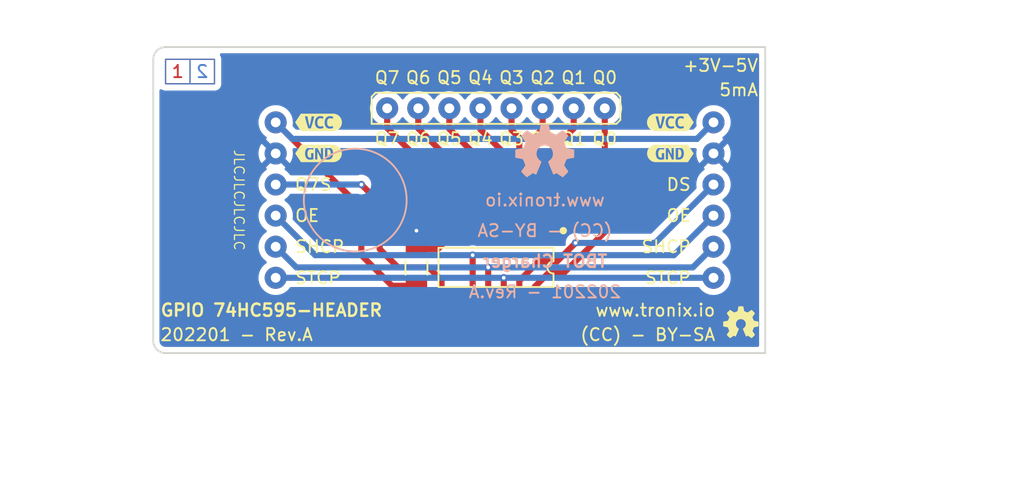
<source format=kicad_pcb>
(kicad_pcb (version 20211014) (generator pcbnew)
  (title_block (title "GPIO - 74HC595-HEADER") (date "01/2022") (rev "A"))
  (layers (0 "F.Cu" signal) (31 "B.Cu" signal) (34 "B.Paste" user) (35 "F.Paste" user) (36 "B.SilkS" user "B.Silkscreen") (37 "F.SilkS" user "F.Silkscreen") (38 "B.Mask" user) (39 "F.Mask" user) (44 "Edge.Cuts" user))
  (net 0 "")
  (net 1 "GND")
  (net 2 "VCC")
  (net 3 "Q7S")
  (net 4 "Net-(K1-Pad3)")
  (net 5 "Net-(K1-Pad4)")
  (net 6 "Net-(K1-Pad5)")
  (net 7 "Net-(K1-Pad6)")
  (net 8 "Net-(K3-Pad1)")
  (net 9 "Net-(K3-Pad2)")
  (net 10 "Net-(K3-Pad3)")
  (net 11 "Net-(K3-Pad4)")
  (net 12 "Net-(K3-Pad5)")
  (net 13 "Net-(K3-Pad6)")
  (net 14 "Net-(K3-Pad7)")
  (net 15 "Net-(K3-Pad8)")
  (footprint "tronixio:OSHW-3MM" (layer "F.Cu") (at 148 73.5)
    (fp_text reference "G***" hide)
    (fp_text value "LOGO" hide)
  )
  (footprint "tronixio:HARWIN-M20-975064x" (layer "F.Cu") (at 145.773 57.15 -90)
    (fp_text reference "K1")
    (fp_text value "GPIO IN")
    (pad "1" thru_hole circle locked (at 0 0 270) (size 1.8 1.8) (drill 0.8) (layers *.Cu *.Mask) (net 2 "VCC"))
    (pad "2" thru_hole circle (at 2.54 0 270) (size 1.8 1.8) (drill 0.8) (layers *.Cu *.Mask) (net 1 "GND"))
    (pad "3" thru_hole circle (at 5.08 0 270) (size 1.8 1.8) (drill 0.8) (layers *.Cu *.Mask) (net 4 "Net-(K1-Pad3)"))
    (pad "4" thru_hole circle (at 7.62 0 270) (size 1.8 1.8) (drill 0.8) (layers *.Cu *.Mask) (net 5 "Net-(K1-Pad4)"))
    (pad "5" thru_hole circle (at 10.16 0 270) (size 1.8 1.8) (drill 0.8) (layers *.Cu *.Mask) (net 6 "Net-(K1-Pad5)"))
    (pad "6" thru_hole circle (at 12.7 0 270) (size 1.8 1.8) (drill 0.8) (layers *.Cu *.Mask) (net 7 "Net-(K1-Pad6)"))
  )
  (footprint "kibuzzard-62B2FDD2" (layer "F.Cu") (at 113.5 57.15)
    (fp_text reference "kibuzzard-62B2FDD2" hide)
    (fp_text value "G***" hide)
  )
  (footprint "tronixio:SOIC-16" (layer "F.Cu") (at 128 69 -90)
    (fp_text reference "U1")
    (fp_text value "74HC595-SOIC-16")
    (pad "1" smd roundrect (at -2.75 -4.445 270) (size 1.5 0.7) (layers "F.Cu" "F.Paste" "F.Mask") (roundrect_rratio 0.15) (net 14 "Net-(K3-Pad7)"))
    (pad "2" smd roundrect (at -2.75 -3.175 270) (size 1.5 0.7) (layers "F.Cu" "F.Paste" "F.Mask") (roundrect_rratio 0.15) (net 13 "Net-(K3-Pad6)"))
    (pad "3" smd roundrect (at -2.75 -1.905 270) (size 1.5 0.7) (layers "F.Cu" "F.Paste" "F.Mask") (roundrect_rratio 0.15) (net 12 "Net-(K3-Pad5)"))
    (pad "4" smd roundrect (at -2.75 -0.635 270) (size 1.5 0.7) (layers "F.Cu" "F.Paste" "F.Mask") (roundrect_rratio 0.15) (net 11 "Net-(K3-Pad4)"))
    (pad "5" smd roundrect (at -2.75 0.635 270) (size 1.5 0.7) (layers "F.Cu" "F.Paste" "F.Mask") (roundrect_rratio 0.15) (net 10 "Net-(K3-Pad3)"))
    (pad "6" smd roundrect (at -2.75 1.905 270) (size 1.5 0.7) (layers "F.Cu" "F.Paste" "F.Mask") (roundrect_rratio 0.15) (net 9 "Net-(K3-Pad2)"))
    (pad "7" smd roundrect (at -2.75 3.175 270) (size 1.5 0.7) (layers "F.Cu" "F.Paste" "F.Mask") (roundrect_rratio 0.15) (net 8 "Net-(K3-Pad1)"))
    (pad "8" smd roundrect (at -2.75 4.445 270) (size 1.5 0.7) (layers "F.Cu" "F.Paste" "F.Mask") (roundrect_rratio 0.15) (net 1 "GND"))
    (pad "9" smd roundrect (at 2.75 4.445 270) (size 1.5 0.7) (layers "F.Cu" "F.Paste" "F.Mask") (roundrect_rratio 0.15) (net 3 "Q7S"))
    (pad "10" smd roundrect (at 2.75 3.175 270) (size 1.5 0.7) (layers "F.Cu" "F.Paste" "F.Mask") (roundrect_rratio 0.15) (net 2 "VCC"))
    (pad "11" smd roundrect (at 2.75 1.905 270) (size 1.5 0.7) (layers "F.Cu" "F.Paste" "F.Mask") (roundrect_rratio 0.15) (net 5 "Net-(K1-Pad4)"))
    (pad "12" smd roundrect (at 2.75 0.635 270) (size 1.5 0.7) (layers "F.Cu" "F.Paste" "F.Mask") (roundrect_rratio 0.15) (net 6 "Net-(K1-Pad5)"))
    (pad "13" smd roundrect (at 2.75 -0.635 270) (size 1.5 0.7) (layers "F.Cu" "F.Paste" "F.Mask") (roundrect_rratio 0.15) (net 7 "Net-(K1-Pad6)"))
    (pad "14" smd roundrect (at 2.75 -1.905 270) (size 1.5 0.7) (layers "F.Cu" "F.Paste" "F.Mask") (roundrect_rratio 0.15) (net 4 "Net-(K1-Pad3)"))
    (pad "15" smd roundrect (at 2.75 -3.175 270) (size 1.5 0.7) (layers "F.Cu" "F.Paste" "F.Mask") (roundrect_rratio 0.15) (net 15 "Net-(K3-Pad8)"))
    (pad "16" smd roundrect (at 2.75 -4.445 270) (size 1.5 0.7) (layers "F.Cu" "F.Paste" "F.Mask") (roundrect_rratio 0.15) (net 2 "VCC"))
  )
  (footprint "kibuzzard-62B2FE4D" (layer "F.Cu") (at 142.25 59.69)
    (fp_text reference "kibuzzard-62B2FE4D" hide)
    (fp_text value "G***" hide)
  )
  (footprint "tronixio:CAPACITOR-1206" (layer "F.Cu") (at 121.5 69 90)
    (fp_text reference "C1")
    (fp_text value "100n")
    (pad "1" smd roundrect (at -1.5 0 90) (size 1.3 1.75) (layers "F.Cu" "F.Paste" "F.Mask") (roundrect_rratio 0.15) (net 2 "VCC"))
    (pad "2" smd roundrect (at 1.5 0 90) (size 1.3 1.75) (layers "F.Cu" "F.Paste" "F.Mask") (roundrect_rratio 0.15) (net 1 "GND"))
  )
  (footprint "tronixio:HARWIN-M20-999084x" (layer "F.Cu") (at 119.11 56 90)
    (fp_text reference "K3")
    (fp_text value "DATA OUTPUT")
    (pad "1" thru_hole circle (at 0 0 90) (size 1.8 1.8) (drill 0.8) (layers *.Cu *.Mask) (net 8 "Net-(K3-Pad1)"))
    (pad "2" thru_hole circle (at 0 2.54 90) (size 1.8 1.8) (drill 0.8) (layers *.Cu *.Mask) (net 9 "Net-(K3-Pad2)"))
    (pad "3" thru_hole circle (at 0 5.08 90) (size 1.8 1.8) (drill 0.8) (layers *.Cu *.Mask) (net 10 "Net-(K3-Pad3)"))
    (pad "4" thru_hole circle (at 0 7.62 90) (size 1.8 1.8) (drill 0.8) (layers *.Cu *.Mask) (net 11 "Net-(K3-Pad4)"))
    (pad "5" thru_hole circle (at 0 10.16 90) (size 1.8 1.8) (drill 0.8) (layers *.Cu *.Mask) (net 12 "Net-(K3-Pad5)"))
    (pad "6" thru_hole circle (at 0 12.7 90) (size 1.8 1.8) (drill 0.8) (layers *.Cu *.Mask) (net 13 "Net-(K3-Pad6)"))
    (pad "7" thru_hole circle (at 0 15.24 90) (size 1.8 1.8) (drill 0.8) (layers *.Cu *.Mask) (net 14 "Net-(K3-Pad7)"))
    (pad "8" thru_hole circle (at 0 17.78 90) (size 1.8 1.8) (drill 0.8) (layers *.Cu *.Mask) (net 15 "Net-(K3-Pad8)"))
  )
  (footprint "kibuzzard-62B2FE1A" (layer "F.Cu") (at 113.5 59.69)
    (fp_text reference "kibuzzard-62B2FE1A" hide)
    (fp_text value "G***" hide)
  )
  (footprint "tronixio:SAMTEC-SSW-106-02-T-S-RA" (layer "F.Cu") (at 110 69.85 90)
    (fp_text reference "K2")
    (fp_text value "GPIO OUT")
    (pad "1" thru_hole circle locked (at 0 0 90) (size 1.8 1.8) (drill 0.8) (layers *.Cu *.Mask) (net 7 "Net-(K1-Pad6)"))
    (pad "2" thru_hole circle locked (at 2.54 0 90) (size 1.8 1.8) (drill 0.8) (layers *.Cu *.Mask) (net 6 "Net-(K1-Pad5)"))
    (pad "3" thru_hole circle locked (at 5.08 0 90) (size 1.8 1.8) (drill 0.8) (layers *.Cu *.Mask) (net 5 "Net-(K1-Pad4)"))
    (pad "4" thru_hole circle locked (at 7.62 0 90) (size 1.8 1.8) (drill 0.8) (layers *.Cu *.Mask) (net 3 "Q7S"))
    (pad "5" thru_hole circle locked (at 10.16 0 90) (size 1.8 1.8) (drill 0.8) (layers *.Cu *.Mask) (net 1 "GND"))
    (pad "6" thru_hole circle locked (at 12.7 0 90) (size 1.8 1.8) (drill 0.8) (layers *.Cu *.Mask) (net 2 "VCC"))
  )
  (footprint "kibuzzard-62B2FE3C" (layer "F.Cu") (at 142.25 57.15)
    (fp_text reference "kibuzzard-62B2FE3C" hide)
    (fp_text value "G***" hide)
  )
  (footprint "tronixio:OSHW-5MM" (layer "B.Cu") (at 132 59.5 180)
    (fp_text reference "GT" hide)
    (fp_text value "LOGO" hide)
  )
  (footprint "tronixio:zzz3M-SJ5376" (layer "B.Cu") (at 116.5 63.5 180)
    (fp_text reference "U2" hide)
    (fp_text value "3M-SJ5376" hide)
  )
  (gr_rect (start 101 54) (end 105 52) (layer "F.Cu") (width 0.1) (fill none))
  (gr_line (start 103 54) (end 103 52) (layer "F.Cu") (width 0.1))
  (gr_line (start 103 54) (end 103 52) (layer "B.Cu") (width 0.1))
  (gr_rect (start 101 54) (end 105 52) (layer "B.Cu") (width 0.1) (fill none))
  (gr_circle (center 133.5 66) (end 133.75 66) (layer "F.SilkS") (width 0.1) (fill solid))
  (gr_arc (start 100 52) (mid 100.292893 51.292893) (end 101 51) (layer "Edge.Cuts") (width 0.15))
  (gr_line (start 150 51) (end 101 51) (layer "Edge.Cuts") (width 0.15))
  (gr_line (start 100 52) (end 100 75) (layer "Edge.Cuts") (width 0.15))
  (gr_line (start 101 76) (end 150 76) (layer "Edge.Cuts") (width 0.15))
  (gr_line (start 150 76) (end 150 51) (layer "Edge.Cuts") (width 0.15))
  (gr_arc (start 101 76) (mid 100.292893 75.707107) (end 100 75) (layer "Edge.Cuts") (width 0.15))
  (gr_text "1" (at 102 53) (layer "F.Cu") (effects (font (size 1 1))))
  (gr_text "2" (at 104 53) (layer "B.Cu") (effects (font (size 1 1)) (justify mirror)))
  (gr_text "www.tronix.io" (at 132 63.5) (layer "B.SilkS") (effects (font (size 1 1)) (justify mirror)))
  (gr_text "202201 - Rev.A" (at 132 71) (layer "B.SilkS") (effects (font (size 1 1)) (justify mirror)))
  (gr_text "TBOT Charger" (at 132 68.5) (layer "B.SilkS") (effects (font (size 1 1) (thickness 0.2)) (justify mirror)))
  (gr_text "(CC) - BY-SA" (at 132 66) (layer "B.SilkS") (effects (font (size 1 1)) (justify mirror)))
  (gr_text "DS" (at 144 62.23) (layer "F.SilkS") (effects (font (size 1 1)) (justify right)))
  (gr_text "Q4" (at 126.73 58.5) (layer "F.SilkS") (effects (font (size 1 1))))
  (gr_text "Q2" (at 131.81 53.5) (layer "F.SilkS") (effects (font (size 1 1))))
  (gr_text "STCP" (at 144 69.85) (layer "F.SilkS") (effects (font (size 1 1)) (justify right)))
  (gr_text "(CC) - BY-SA" (at 146 74.5) (layer "F.SilkS") (effects (font (size 1 1)) (justify right)))
  (gr_text "JLCJLCJLCJLC" (at 107 63.5 -90) (layer "F.SilkS") (effects (font (size 0.8 0.8) (thickness 0.1))))
  (gr_text "Q0" (at 136.89 58.5) (layer "F.SilkS") (effects (font (size 1 1))))
  (gr_text "Q1" (at 134.35 53.5) (layer "F.SilkS") (effects (font (size 1 1))))
  (gr_text "Q7" (at 119.11 58.5) (layer "F.SilkS") (effects (font (size 1 1))))
  (gr_text "202201 - Rev.A" (at 100.5 74.5) (layer "F.SilkS") (effects (font (size 1 1)) (justify left)))
  (gr_text "+3V-5V" (at 149.5 52.5) (layer "F.SilkS") (effects (font (size 1 1)) (justify right)))
  (gr_text "Q4" (at 126.73 53.5) (layer "F.SilkS") (effects (font (size 1 1))))
  (gr_text "GPIO 74HC595-HEADER" (at 100.5 72.5) (layer "F.SilkS") (effects (font (size 1 1) (thickness 0.2)) (justify left)))
  (gr_text "Q7" (at 119.11 53.5) (layer "F.SilkS") (effects (font (size 1 1))))
  (gr_text "OE" (at 144 64.77) (layer "F.SilkS") (effects (font (size 1 1)) (justify right)))
  (gr_text "Q6" (at 121.65 58.5) (layer "F.SilkS") (effects (font (size 1 1))))
  (gr_text "www.tronix.io" (at 146 72.5) (layer "F.SilkS") (effects (font (size 1 1)) (justify right)))
  (gr_text "SHCP" (at 144 67.31) (layer "F.SilkS") (effects (font (size 1 1)) (justify right)))
  (gr_text "SHCP" (at 111.5 67.31) (layer "F.SilkS") (effects (font (size 1 1)) (justify left)))
  (gr_text "OE" (at 111.5 64.77) (layer "F.SilkS") (effects (font (size 1 1)) (justify left)))
  (gr_text "Q1" (at 134.35 58.5) (layer "F.SilkS") (effects (font (size 1 1))))
  (gr_text "Q2" (at 131.81 58.5) (layer "F.SilkS") (effects (font (size 1 1))))
  (gr_text "Q5" (at 124.19 58.5) (layer "F.SilkS") (effects (font (size 1 1))))
  (gr_text "Q5" (at 124.19 53.5) (layer "F.SilkS") (effects (font (size 1 1))))
  (gr_text "Q7S" (at 111.5 62.23) (layer "F.SilkS") (effects (font (size 1 1)) (justify left)))
  (gr_text "5mA" (at 149.5 54.5) (layer "F.SilkS") (effects (font (size 1 1)) (justify right)))
  (gr_text "Q0" (at 136.89 53.5) (layer "F.SilkS") (effects (font (size 1 1))))
  (gr_text "STCP" (at 111.5 69.85) (layer "F.SilkS") (effects (font (size 1 1)) (justify left)))
  (gr_text "Q6" (at 121.65 53.5) (layer "F.SilkS") (effects (font (size 1 1))))
  (gr_text "Q3" (at 129.27 53.5) (layer "F.SilkS") (effects (font (size 1 1))))
  (gr_text "Q3" (at 129.27 58.5) (layer "F.SilkS") (effects (font (size 1 1))))
  (segment (start 121.5 67.5) (end 123.25 67.5) (width 0.5) (layer "F.Cu") (net 1))
  (segment (start 121.5 67.5) (end 121.5 66) (width 0.5) (layer "F.Cu") (net 1))
  (segment (start 123.555 67.195) (end 123.555 66.25) (width 0.5) (layer "F.Cu") (net 1))
  (segment (start 123.25 67.5) (end 123.555 67.195) (width 0.5) (layer "F.Cu") (net 1))
  (via (at 121.5 66) (size 0.6) (drill 0.3) (layers "F.Cu" "B.Cu") (net 1))
  (segment (start 132.445 73.055) (end 132.445 71.75) (width 0.5) (layer "F.Cu") (net 2))
  (segment (start 132 73.5) (end 132.445 73.055) (width 0.5) (layer "F.Cu") (net 2))
  (segment (start 121.5 72) (end 123 73.5) (width 0.5) (layer "F.Cu") (net 2))
  (segment (start 125 73.5) (end 132 73.5) (width 0.5) (layer "F.Cu") (net 2))
  (segment (start 119.5 70.5) (end 121.5 70.5) (width 0.5) (layer "F.Cu") (net 2))
  (segment (start 117 64.15) (end 117 68) (width 0.5) (layer "F.Cu") (net 2))
  (segment (start 117 68) (end 119.5 70.5) (width 0.5) (layer "F.Cu") (net 2))
  (segment (start 110 57.15) (end 117 64.15) (width 0.5) (layer "F.Cu") (net 2))
  (segment (start 123 73.5) (end 125 73.5) (width 0.5) (layer "F.Cu") (net 2))
  (segment (start 121.5 70.5) (end 121.5 72) (width 0.5) (layer "F.Cu") (net 2))
  (segment (start 124.825 71.75) (end 124.825 73.5) (width 0.5) (layer "F.Cu") (net 2))
  (segment (start 110 57.15) (end 111.35 58.5) (width 0.5) (layer "B.Cu") (net 2))
  (segment (start 144.423 58.5) (end 145.773 57.15) (width 0.5) (layer "B.Cu") (net 2))
  (segment (start 111.35 58.5) (end 144.423 58.5) (width 0.5) (layer "B.Cu") (net 2))
  (segment (start 118.5 63.73) (end 118.5 67.5) (width 0.5) (layer "F.Cu") (net 3))
  (segment (start 123.555 70.055) (end 123.555 71.75) (width 0.5) (layer "F.Cu") (net 3))
  (segment (start 118.5 67.5) (end 120 69) (width 0.5) (layer "F.Cu") (net 3))
  (segment (start 117 62.23) (end 118.5 63.73) (width 0.5) (layer "F.Cu") (net 3))
  (segment (start 122.5 69) (end 123.555 70.055) (width 0.5) (layer "F.Cu") (net 3))
  (segment (start 120 69) (end 122.5 69) (width 0.5) (layer "F.Cu") (net 3))
  (via (at 117 62.23) (size 0.6) (drill 0.3) (layers "F.Cu" "B.Cu") (net 3))
  (segment (start 117 62.23) (end 110 62.23) (width 0.5) (layer "B.Cu") (net 3))
  (segment (start 134.5 67) (end 133 68.5) (width 0.5) (layer "F.Cu") (net 4))
  (segment (start 131.5 68.5) (end 129.905 70.095) (width 0.5) (layer "F.Cu") (net 4))
  (segment (start 129.905 70.095) (end 129.905 71.75) (width 0.5) (layer "F.Cu") (net 4))
  (segment (start 133 68.5) (end 131.5 68.5) (width 0.5) (layer "F.Cu") (net 4))
  (via (at 134.5 67) (size 0.6) (drill 0.3) (layers "F.Cu" "B.Cu") (net 4))
  (segment (start 134.5 67) (end 141.003 67) (width 0.5) (layer "B.Cu") (net 4))
  (segment (start 141.003 67) (end 145.773 62.23) (width 0.5) (layer "B.Cu") (net 4))
  (segment (start 126.095 71.75) (end 126.095 68) (width 0.5) (layer "F.Cu") (net 5))
  (via (at 126.095 68) (size 0.6) (drill 0.3) (layers "F.Cu" "B.Cu") (net 5))
  (segment (start 142.543 68) (end 113.23 68) (width 0.5) (layer "B.Cu") (net 5))
  (segment (start 145.773 64.77) (end 142.543 68) (width 0.5) (layer "B.Cu") (net 5))
  (segment (start 113.23 68) (end 110 64.77) (width 0.5) (layer "B.Cu") (net 5))
  (segment (start 127.365 71.75) (end 127.365 69) (width 0.5) (layer "F.Cu") (net 6))
  (via (at 127.365 69) (size 0.6) (drill 0.3) (layers "F.Cu" "B.Cu") (net 6))
  (segment (start 145.773 67.31) (end 144.083 69) (width 0.5) (layer "B.Cu") (net 6))
  (segment (start 144.083 69) (end 111.69 69) (width 0.5) (layer "B.Cu") (net 6))
  (segment (start 111.69 69) (end 110 67.31) (width 0.5) (layer "B.Cu") (net 6))
  (segment (start 128.635 71.75) (end 128.635 69.85) (width 0.5) (layer "F.Cu") (net 7))
  (via (at 128.635 69.85) (size 0.6) (drill 0.3) (layers "F.Cu" "B.Cu") (net 7))
  (segment (start 145.773 69.85) (end 110 69.85) (width 0.5) (layer "B.Cu") (net 7))
  (segment (start 119.11 57.61) (end 124.825 63.325) (width 0.5) (layer "F.Cu") (net 8))
  (segment (start 124.825 63.325) (end 124.825 66.25) (width 0.5) (layer "F.Cu") (net 8))
  (segment (start 119.11 56) (end 119.11 57.61) (width 0.5) (layer "F.Cu") (net 8))
  (segment (start 121.65 56) (end 121.65 57.65) (width 0.5) (layer "F.Cu") (net 9))
  (segment (start 126.095 62.095) (end 126.095 66.25) (width 0.5) (layer "F.Cu") (net 9))
  (segment (start 121.65 57.65) (end 126.095 62.095) (width 0.5) (layer "F.Cu") (net 9))
  (segment (start 124.19 57.69) (end 127.365 60.865) (width 0.5) (layer "F.Cu") (net 10))
  (segment (start 127.365 60.865) (end 127.365 66.25) (width 0.5) (layer "F.Cu") (net 10))
  (segment (start 124.19 56) (end 124.19 57.69) (width 0.5) (layer "F.Cu") (net 10))
  (segment (start 126.73 56) (end 126.73 57.73) (width 0.5) (layer "F.Cu") (net 11))
  (segment (start 126.73 57.73) (end 128.635 59.635) (width 0.5) (layer "F.Cu") (net 11))
  (segment (start 128.635 59.635) (end 128.635 66.25) (width 0.5) (layer "F.Cu") (net 11))
  (segment (start 129.905 58.405) (end 129.905 66.25) (width 0.5) (layer "F.Cu") (net 12))
  (segment (start 129.27 56) (end 129.27 57.77) (width 0.5) (layer "F.Cu") (net 12))
  (segment (start 129.27 57.77) (end 129.905 58.405) (width 0.5) (layer "F.Cu") (net 12))
  (segment (start 131.175 58.325) (end 131.175 66.25) (width 0.5) (layer "F.Cu") (net 13))
  (segment (start 131.81 57.69) (end 131.175 58.325) (width 0.5) (layer "F.Cu") (net 13))
  (segment (start 131.81 56) (end 131.81 57.69) (width 0.5) (layer "F.Cu") (net 13))
  (segment (start 134.35 57.65) (end 132.445 59.555) (width 0.5) (layer "F.Cu") (net 14))
  (segment (start 132.445 59.555) (end 132.445 66.25) (width 0.5) (layer "F.Cu") (net 14))
  (segment (start 134.35 56) (end 134.35 57.65) (width 0.5) (layer "F.Cu") (net 14))
  (segment (start 133.5 69.5) (end 132.25 69.5) (width 0.5) (layer "F.Cu") (net 15))
  (segment (start 136.89 66.11) (end 133.5 69.5) (width 0.5) (layer "F.Cu") (net 15))
  (segment (start 132.25 69.5) (end 131.175 70.575) (width 0.5) (layer "F.Cu") (net 15))
  (segment (start 131.175 70.575) (end 131.175 71.75) (width 0.5) (layer "F.Cu") (net 15))
  (segment (start 136.89 56) (end 136.89 66.11) (width 0.5) (layer "F.Cu") (net 15))
  (zone (net 1) (net_name "GND") (layer "B.Cu") (connect_pads (clearance 0.5)) (min_thickness 0.25) (fill yes (thermal_gap 0.5) (thermal_bridge_width 0.5))
    (polygon (pts (xy 150 76) (xy 100 76) (xy 100 51) (xy 150 51)))
  )
)
</source>
